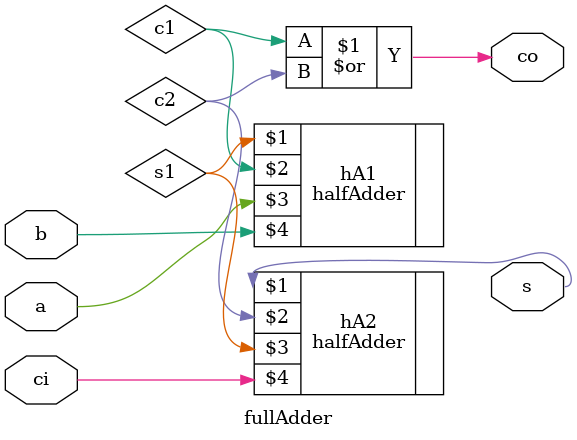
<source format=v>
`timescale 1ns / 1ps


module fullAdder(s, co, a, b, ci);
  input a, b, ci;
  output s, co;

  wire s1, c1, c2;

  // Two Half Adders
  halfAdder hA1(s1, c1, a, b);
  halfAdder hA2(s, c2, s1, ci);

  assign co = c1 | c2;
  // OR(co, c1, c2);

endmodule

</source>
